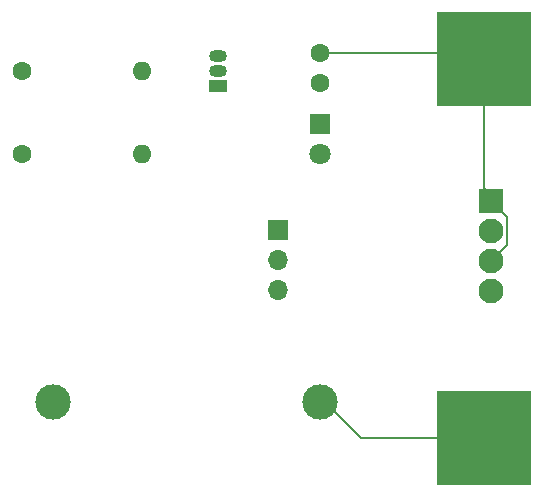
<source format=gbr>
%TF.GenerationSoftware,KiCad,Pcbnew,8.0.4*%
%TF.CreationDate,2024-08-25T13:27:35-07:00*%
%TF.ProjectId,EuroVan interior LED controller,4575726f-5661-46e2-9069-6e746572696f,rev?*%
%TF.SameCoordinates,Original*%
%TF.FileFunction,Copper,L2,Bot*%
%TF.FilePolarity,Positive*%
%FSLAX46Y46*%
G04 Gerber Fmt 4.6, Leading zero omitted, Abs format (unit mm)*
G04 Created by KiCad (PCBNEW 8.0.4) date 2024-08-25 13:27:35*
%MOMM*%
%LPD*%
G01*
G04 APERTURE LIST*
%TA.AperFunction,ComponentPad*%
%ADD10C,1.600000*%
%TD*%
%TA.AperFunction,ComponentPad*%
%ADD11O,1.600000X1.600000*%
%TD*%
%TA.AperFunction,ComponentPad*%
%ADD12C,2.000000*%
%TD*%
%TA.AperFunction,SMDPad,CuDef*%
%ADD13R,8.000000X8.000000*%
%TD*%
%TA.AperFunction,ComponentPad*%
%ADD14R,1.700000X1.700000*%
%TD*%
%TA.AperFunction,ComponentPad*%
%ADD15O,1.700000X1.700000*%
%TD*%
%TA.AperFunction,ComponentPad*%
%ADD16C,2.100000*%
%TD*%
%TA.AperFunction,ComponentPad*%
%ADD17R,2.100000X2.100000*%
%TD*%
%TA.AperFunction,ComponentPad*%
%ADD18C,3.000000*%
%TD*%
%TA.AperFunction,ComponentPad*%
%ADD19O,1.500000X1.050000*%
%TD*%
%TA.AperFunction,ComponentPad*%
%ADD20R,1.500000X1.050000*%
%TD*%
%TA.AperFunction,ComponentPad*%
%ADD21C,1.800000*%
%TD*%
%TA.AperFunction,ComponentPad*%
%ADD22R,1.800000X1.800000*%
%TD*%
%TA.AperFunction,Conductor*%
%ADD23C,0.200000*%
%TD*%
G04 APERTURE END LIST*
D10*
%TO.P,R3,1*%
%TO.N,Net-(Q1-B)*%
X145000000Y-107000000D03*
%TO.P,R3,2*%
%TO.N,GND*%
X145000000Y-104460000D03*
%TD*%
D11*
%TO.P,R1,2*%
%TO.N,Net-(Q1-B)*%
X130000000Y-106000000D03*
D10*
%TO.P,R1,1*%
%TO.N,Fused +12V*%
X119840000Y-106000000D03*
%TD*%
D12*
%TO.P,TP1,1,1*%
%TO.N,Unfused +12V*%
X161500000Y-134500000D03*
X156420000Y-137040000D03*
D13*
X158920000Y-137040000D03*
D12*
X161500000Y-139580000D03*
%TD*%
%TO.P,TP2,1,1*%
%TO.N,GND*%
X161500000Y-102420000D03*
X156420000Y-104960000D03*
D13*
X158920000Y-104960000D03*
D12*
X161500000Y-107500000D03*
%TD*%
D14*
%TO.P,SW1,1,1*%
%TO.N,Red LED+*%
X141500000Y-119475000D03*
D15*
%TO.P,SW1,2,3*%
%TO.N,Fused +12V*%
X141500000Y-122015000D03*
%TO.P,SW1,3,4*%
%TO.N,White LED+*%
X141500000Y-124555000D03*
%TD*%
D16*
%TO.P,J1,4,Pin_4*%
%TO.N,White LED+*%
X159500000Y-124620000D03*
%TO.P,J1,3,Pin_3*%
%TO.N,GND*%
X159500000Y-122080000D03*
%TO.P,J1,2,Pin_2*%
%TO.N,Red LED+*%
X159500000Y-119540000D03*
D17*
%TO.P,J1,1,Pin_1*%
%TO.N,GND*%
X159500000Y-117000000D03*
%TD*%
D18*
%TO.P,F1,1,1*%
%TO.N,Unfused +12V*%
X145000000Y-134000000D03*
%TO.P,F1,2,2*%
%TO.N,Fused +12V*%
X122400000Y-134000000D03*
%TD*%
D10*
%TO.P,R2,1*%
%TO.N,Fused +12V*%
X119840000Y-113000000D03*
D11*
%TO.P,R2,2*%
%TO.N,Net-(D1-A)*%
X130000000Y-113000000D03*
%TD*%
D19*
%TO.P,Q1,3,E*%
%TO.N,GND*%
X136360000Y-104730000D03*
%TO.P,Q1,2,B*%
%TO.N,Net-(Q1-B)*%
X136360000Y-106000000D03*
D20*
%TO.P,Q1,1,C*%
%TO.N,Net-(D1-K)*%
X136360000Y-107270000D03*
%TD*%
D21*
%TO.P,D1,2,A*%
%TO.N,Net-(D1-A)*%
X145000000Y-113040000D03*
D22*
%TO.P,D1,1,K*%
%TO.N,Net-(D1-K)*%
X145000000Y-110500000D03*
%TD*%
D23*
%TO.N,GND*%
X158920000Y-115920000D02*
X158920000Y-104960000D01*
X159500000Y-116500000D02*
X158920000Y-115920000D01*
X159500000Y-117000000D02*
X159500000Y-116500000D01*
X160850000Y-120730000D02*
X159500000Y-122080000D01*
X160850000Y-118350000D02*
X160850000Y-120730000D01*
X159500000Y-117000000D02*
X160850000Y-118350000D01*
X145000000Y-104460000D02*
X158420000Y-104460000D01*
X158420000Y-104460000D02*
X158920000Y-104960000D01*
%TO.N,Unfused +12V*%
X148540000Y-137040000D02*
X158920000Y-137040000D01*
X145500000Y-134000000D02*
X148540000Y-137040000D01*
X145000000Y-134000000D02*
X145500000Y-134000000D01*
%TO.N,GND*%
X159650000Y-105150000D02*
X159250000Y-104750000D01*
X159040000Y-104960000D02*
X159250000Y-104750000D01*
X160250000Y-105750000D02*
X159250000Y-104750000D01*
%TO.N,Unfused +12V*%
X156400000Y-134400000D02*
X159250000Y-137250000D01*
%TO.N,GND*%
X159230000Y-104730000D02*
X159250000Y-104750000D01*
X156770000Y-107230000D02*
X159250000Y-104750000D01*
%TD*%
M02*

</source>
